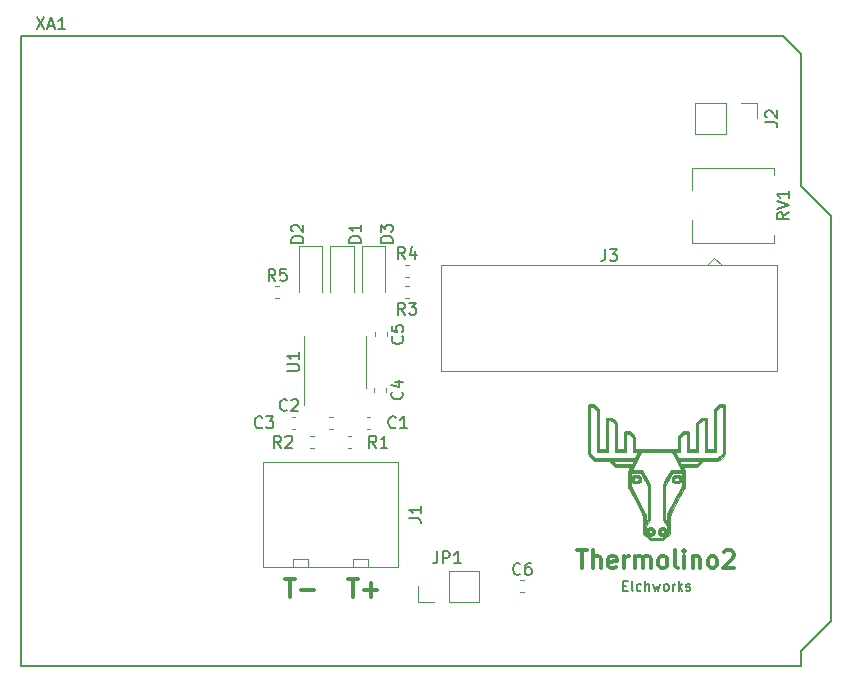
<source format=gbr>
G04 #@! TF.GenerationSoftware,KiCad,Pcbnew,(5.1.6)-1*
G04 #@! TF.CreationDate,2021-02-02T01:52:48+01:00*
G04 #@! TF.ProjectId,Thermolino2,54686572-6d6f-46c6-996e-6f322e6b6963,C*
G04 #@! TF.SameCoordinates,Original*
G04 #@! TF.FileFunction,Legend,Top*
G04 #@! TF.FilePolarity,Positive*
%FSLAX46Y46*%
G04 Gerber Fmt 4.6, Leading zero omitted, Abs format (unit mm)*
G04 Created by KiCad (PCBNEW (5.1.6)-1) date 2021-02-02 01:52:48*
%MOMM*%
%LPD*%
G01*
G04 APERTURE LIST*
%ADD10C,0.152400*%
%ADD11C,0.300000*%
%ADD12C,0.010000*%
%ADD13C,0.120000*%
%ADD14C,0.150000*%
%ADD15C,2.000000*%
%ADD16R,1.200000X0.900000*%
%ADD17O,1.727200X1.727200*%
%ADD18R,1.300000X1.300000*%
%ADD19R,1.300000X2.000000*%
%ADD20R,1.700000X1.700000*%
%ADD21O,1.700000X1.700000*%
%ADD22C,1.524000*%
G04 APERTURE END LIST*
D10*
X165659404Y-120464942D02*
X165930338Y-120464942D01*
X166046452Y-120890695D02*
X165659404Y-120890695D01*
X165659404Y-120077895D01*
X166046452Y-120077895D01*
X166510909Y-120890695D02*
X166433500Y-120851990D01*
X166394795Y-120774580D01*
X166394795Y-120077895D01*
X167168890Y-120851990D02*
X167091480Y-120890695D01*
X166936661Y-120890695D01*
X166859252Y-120851990D01*
X166820547Y-120813285D01*
X166781842Y-120735876D01*
X166781842Y-120503647D01*
X166820547Y-120426238D01*
X166859252Y-120387533D01*
X166936661Y-120348828D01*
X167091480Y-120348828D01*
X167168890Y-120387533D01*
X167517233Y-120890695D02*
X167517233Y-120077895D01*
X167865576Y-120890695D02*
X167865576Y-120464942D01*
X167826871Y-120387533D01*
X167749461Y-120348828D01*
X167633347Y-120348828D01*
X167555938Y-120387533D01*
X167517233Y-120426238D01*
X168175214Y-120348828D02*
X168330033Y-120890695D01*
X168484852Y-120503647D01*
X168639671Y-120890695D01*
X168794490Y-120348828D01*
X169220242Y-120890695D02*
X169142833Y-120851990D01*
X169104128Y-120813285D01*
X169065423Y-120735876D01*
X169065423Y-120503647D01*
X169104128Y-120426238D01*
X169142833Y-120387533D01*
X169220242Y-120348828D01*
X169336357Y-120348828D01*
X169413766Y-120387533D01*
X169452471Y-120426238D01*
X169491176Y-120503647D01*
X169491176Y-120735876D01*
X169452471Y-120813285D01*
X169413766Y-120851990D01*
X169336357Y-120890695D01*
X169220242Y-120890695D01*
X169839519Y-120890695D02*
X169839519Y-120348828D01*
X169839519Y-120503647D02*
X169878223Y-120426238D01*
X169916928Y-120387533D01*
X169994338Y-120348828D01*
X170071747Y-120348828D01*
X170342680Y-120890695D02*
X170342680Y-120077895D01*
X170420090Y-120581057D02*
X170652319Y-120890695D01*
X170652319Y-120348828D02*
X170342680Y-120658466D01*
X170961957Y-120851990D02*
X171039366Y-120890695D01*
X171194185Y-120890695D01*
X171271595Y-120851990D01*
X171310300Y-120774580D01*
X171310300Y-120735876D01*
X171271595Y-120658466D01*
X171194185Y-120619761D01*
X171078071Y-120619761D01*
X171000661Y-120581057D01*
X170961957Y-120503647D01*
X170961957Y-120464942D01*
X171000661Y-120387533D01*
X171078071Y-120348828D01*
X171194185Y-120348828D01*
X171271595Y-120387533D01*
D11*
X142343357Y-119892071D02*
X143200500Y-119892071D01*
X142771928Y-121392071D02*
X142771928Y-119892071D01*
X143700500Y-120820642D02*
X144843357Y-120820642D01*
X144271928Y-121392071D02*
X144271928Y-120249214D01*
X137009357Y-119892071D02*
X137866500Y-119892071D01*
X137437928Y-121392071D02*
X137437928Y-119892071D01*
X138366500Y-120820642D02*
X139509357Y-120820642D01*
X161751214Y-117479071D02*
X162608357Y-117479071D01*
X162179785Y-118979071D02*
X162179785Y-117479071D01*
X163108357Y-118979071D02*
X163108357Y-117479071D01*
X163751214Y-118979071D02*
X163751214Y-118193357D01*
X163679785Y-118050500D01*
X163536928Y-117979071D01*
X163322642Y-117979071D01*
X163179785Y-118050500D01*
X163108357Y-118121928D01*
X165036928Y-118907642D02*
X164894071Y-118979071D01*
X164608357Y-118979071D01*
X164465500Y-118907642D01*
X164394071Y-118764785D01*
X164394071Y-118193357D01*
X164465500Y-118050500D01*
X164608357Y-117979071D01*
X164894071Y-117979071D01*
X165036928Y-118050500D01*
X165108357Y-118193357D01*
X165108357Y-118336214D01*
X164394071Y-118479071D01*
X165751214Y-118979071D02*
X165751214Y-117979071D01*
X165751214Y-118264785D02*
X165822642Y-118121928D01*
X165894071Y-118050500D01*
X166036928Y-117979071D01*
X166179785Y-117979071D01*
X166679785Y-118979071D02*
X166679785Y-117979071D01*
X166679785Y-118121928D02*
X166751214Y-118050500D01*
X166894071Y-117979071D01*
X167108357Y-117979071D01*
X167251214Y-118050500D01*
X167322642Y-118193357D01*
X167322642Y-118979071D01*
X167322642Y-118193357D02*
X167394071Y-118050500D01*
X167536928Y-117979071D01*
X167751214Y-117979071D01*
X167894071Y-118050500D01*
X167965500Y-118193357D01*
X167965500Y-118979071D01*
X168894071Y-118979071D02*
X168751214Y-118907642D01*
X168679785Y-118836214D01*
X168608357Y-118693357D01*
X168608357Y-118264785D01*
X168679785Y-118121928D01*
X168751214Y-118050500D01*
X168894071Y-117979071D01*
X169108357Y-117979071D01*
X169251214Y-118050500D01*
X169322642Y-118121928D01*
X169394071Y-118264785D01*
X169394071Y-118693357D01*
X169322642Y-118836214D01*
X169251214Y-118907642D01*
X169108357Y-118979071D01*
X168894071Y-118979071D01*
X170251214Y-118979071D02*
X170108357Y-118907642D01*
X170036928Y-118764785D01*
X170036928Y-117479071D01*
X170822642Y-118979071D02*
X170822642Y-117979071D01*
X170822642Y-117479071D02*
X170751214Y-117550500D01*
X170822642Y-117621928D01*
X170894071Y-117550500D01*
X170822642Y-117479071D01*
X170822642Y-117621928D01*
X171536928Y-117979071D02*
X171536928Y-118979071D01*
X171536928Y-118121928D02*
X171608357Y-118050500D01*
X171751214Y-117979071D01*
X171965500Y-117979071D01*
X172108357Y-118050500D01*
X172179785Y-118193357D01*
X172179785Y-118979071D01*
X173108357Y-118979071D02*
X172965500Y-118907642D01*
X172894071Y-118836214D01*
X172822642Y-118693357D01*
X172822642Y-118264785D01*
X172894071Y-118121928D01*
X172965500Y-118050500D01*
X173108357Y-117979071D01*
X173322642Y-117979071D01*
X173465500Y-118050500D01*
X173536928Y-118121928D01*
X173608357Y-118264785D01*
X173608357Y-118693357D01*
X173536928Y-118836214D01*
X173465500Y-118907642D01*
X173322642Y-118979071D01*
X173108357Y-118979071D01*
X174179785Y-117621928D02*
X174251214Y-117550500D01*
X174394071Y-117479071D01*
X174751214Y-117479071D01*
X174894071Y-117550500D01*
X174965500Y-117621928D01*
X175036928Y-117764785D01*
X175036928Y-117907642D01*
X174965500Y-118121928D01*
X174108357Y-118979071D01*
X175036928Y-118979071D01*
D12*
G36*
X170505045Y-111170520D02*
G01*
X170554631Y-111224319D01*
X170582785Y-111269829D01*
X170595553Y-111324688D01*
X170598985Y-111406532D01*
X170599100Y-111444766D01*
X170597620Y-111539765D01*
X170589082Y-111601327D01*
X170567341Y-111646808D01*
X170526250Y-111693564D01*
X170502779Y-111716745D01*
X170406458Y-111810800D01*
X169949009Y-111810800D01*
X169854954Y-111714479D01*
X169805368Y-111660680D01*
X169777214Y-111615170D01*
X169764446Y-111560311D01*
X169761014Y-111478467D01*
X169760907Y-111442500D01*
X169964100Y-111442500D01*
X169973393Y-111508269D01*
X169994580Y-111551720D01*
X170038383Y-111569516D01*
X170114063Y-111579374D01*
X170203319Y-111581294D01*
X170287852Y-111575277D01*
X170349362Y-111561321D01*
X170365420Y-111551719D01*
X170387281Y-111505849D01*
X170395900Y-111442500D01*
X170386924Y-111373169D01*
X170354233Y-111330505D01*
X170289184Y-111308914D01*
X170183132Y-111302802D01*
X170180000Y-111302800D01*
X170072853Y-111308607D01*
X170006918Y-111329760D01*
X169973549Y-111371851D01*
X169964104Y-111440473D01*
X169964100Y-111442500D01*
X169760907Y-111442500D01*
X169760900Y-111440233D01*
X169762379Y-111345234D01*
X169770917Y-111283672D01*
X169792658Y-111238191D01*
X169833749Y-111191435D01*
X169857220Y-111168254D01*
X169953541Y-111074200D01*
X170410990Y-111074200D01*
X170505045Y-111170520D01*
G37*
X170505045Y-111170520D02*
X170554631Y-111224319D01*
X170582785Y-111269829D01*
X170595553Y-111324688D01*
X170598985Y-111406532D01*
X170599100Y-111444766D01*
X170597620Y-111539765D01*
X170589082Y-111601327D01*
X170567341Y-111646808D01*
X170526250Y-111693564D01*
X170502779Y-111716745D01*
X170406458Y-111810800D01*
X169949009Y-111810800D01*
X169854954Y-111714479D01*
X169805368Y-111660680D01*
X169777214Y-111615170D01*
X169764446Y-111560311D01*
X169761014Y-111478467D01*
X169760907Y-111442500D01*
X169964100Y-111442500D01*
X169973393Y-111508269D01*
X169994580Y-111551720D01*
X170038383Y-111569516D01*
X170114063Y-111579374D01*
X170203319Y-111581294D01*
X170287852Y-111575277D01*
X170349362Y-111561321D01*
X170365420Y-111551719D01*
X170387281Y-111505849D01*
X170395900Y-111442500D01*
X170386924Y-111373169D01*
X170354233Y-111330505D01*
X170289184Y-111308914D01*
X170183132Y-111302802D01*
X170180000Y-111302800D01*
X170072853Y-111308607D01*
X170006918Y-111329760D01*
X169973549Y-111371851D01*
X169964104Y-111440473D01*
X169964100Y-111442500D01*
X169760907Y-111442500D01*
X169760900Y-111440233D01*
X169762379Y-111345234D01*
X169770917Y-111283672D01*
X169792658Y-111238191D01*
X169833749Y-111191435D01*
X169857220Y-111168254D01*
X169953541Y-111074200D01*
X170410990Y-111074200D01*
X170505045Y-111170520D01*
G36*
X167076045Y-111170520D02*
G01*
X167125631Y-111224319D01*
X167153785Y-111269829D01*
X167166553Y-111324688D01*
X167169985Y-111406532D01*
X167170100Y-111444766D01*
X167168620Y-111539765D01*
X167160082Y-111601327D01*
X167138341Y-111646808D01*
X167097250Y-111693564D01*
X167073779Y-111716745D01*
X166977458Y-111810800D01*
X166520009Y-111810800D01*
X166425954Y-111714479D01*
X166376368Y-111660680D01*
X166348214Y-111615170D01*
X166335446Y-111560311D01*
X166332014Y-111478467D01*
X166331907Y-111442500D01*
X166535100Y-111442500D01*
X166544393Y-111508269D01*
X166565580Y-111551720D01*
X166609383Y-111569516D01*
X166685063Y-111579374D01*
X166774319Y-111581294D01*
X166858852Y-111575277D01*
X166920362Y-111561321D01*
X166936420Y-111551719D01*
X166958281Y-111505849D01*
X166966900Y-111442500D01*
X166957924Y-111373169D01*
X166925233Y-111330505D01*
X166860184Y-111308914D01*
X166754132Y-111302802D01*
X166751000Y-111302800D01*
X166643853Y-111308607D01*
X166577918Y-111329760D01*
X166544549Y-111371851D01*
X166535104Y-111440473D01*
X166535100Y-111442500D01*
X166331907Y-111442500D01*
X166331900Y-111440233D01*
X166333379Y-111345234D01*
X166341917Y-111283672D01*
X166363658Y-111238191D01*
X166404749Y-111191435D01*
X166428220Y-111168254D01*
X166524541Y-111074200D01*
X166981990Y-111074200D01*
X167076045Y-111170520D01*
G37*
X167076045Y-111170520D02*
X167125631Y-111224319D01*
X167153785Y-111269829D01*
X167166553Y-111324688D01*
X167169985Y-111406532D01*
X167170100Y-111444766D01*
X167168620Y-111539765D01*
X167160082Y-111601327D01*
X167138341Y-111646808D01*
X167097250Y-111693564D01*
X167073779Y-111716745D01*
X166977458Y-111810800D01*
X166520009Y-111810800D01*
X166425954Y-111714479D01*
X166376368Y-111660680D01*
X166348214Y-111615170D01*
X166335446Y-111560311D01*
X166332014Y-111478467D01*
X166331907Y-111442500D01*
X166535100Y-111442500D01*
X166544393Y-111508269D01*
X166565580Y-111551720D01*
X166609383Y-111569516D01*
X166685063Y-111579374D01*
X166774319Y-111581294D01*
X166858852Y-111575277D01*
X166920362Y-111561321D01*
X166936420Y-111551719D01*
X166958281Y-111505849D01*
X166966900Y-111442500D01*
X166957924Y-111373169D01*
X166925233Y-111330505D01*
X166860184Y-111308914D01*
X166754132Y-111302802D01*
X166751000Y-111302800D01*
X166643853Y-111308607D01*
X166577918Y-111329760D01*
X166544549Y-111371851D01*
X166535104Y-111440473D01*
X166535100Y-111442500D01*
X166331907Y-111442500D01*
X166331900Y-111440233D01*
X166333379Y-111345234D01*
X166341917Y-111283672D01*
X166363658Y-111238191D01*
X166404749Y-111191435D01*
X166428220Y-111168254D01*
X166524541Y-111074200D01*
X166981990Y-111074200D01*
X167076045Y-111170520D01*
G36*
X163391347Y-105326920D02*
G01*
X163614100Y-105548640D01*
X163614100Y-108915200D01*
X164172900Y-108915200D01*
X164172900Y-107612180D01*
X164173207Y-107301317D01*
X164174177Y-107038204D01*
X164175879Y-106819794D01*
X164178382Y-106643040D01*
X164181757Y-106504895D01*
X164186072Y-106402312D01*
X164191397Y-106332245D01*
X164197803Y-106291645D01*
X164203379Y-106278680D01*
X164246681Y-106262339D01*
X164334320Y-106251938D01*
X164460103Y-106248201D01*
X164463227Y-106248200D01*
X164692595Y-106248200D01*
X164915347Y-106469920D01*
X165138100Y-106691640D01*
X165138100Y-108915200D01*
X165696900Y-108915200D01*
X165696900Y-108183680D01*
X165697553Y-107951563D01*
X165699609Y-107766587D01*
X165703215Y-107625108D01*
X165708516Y-107523483D01*
X165715657Y-107458067D01*
X165724785Y-107425216D01*
X165727379Y-107421680D01*
X165770695Y-107405347D01*
X165858457Y-107394951D01*
X165984584Y-107391202D01*
X165988259Y-107391200D01*
X166218659Y-107391200D01*
X166440379Y-107613952D01*
X166662100Y-107836704D01*
X166662100Y-108915200D01*
X170268900Y-108915200D01*
X170268900Y-107836704D01*
X170712340Y-107391200D01*
X170942740Y-107391200D01*
X171069768Y-107394769D01*
X171158587Y-107405004D01*
X171203115Y-107421194D01*
X171203620Y-107421680D01*
X171213264Y-107446999D01*
X171220885Y-107503978D01*
X171226630Y-107596261D01*
X171230644Y-107727491D01*
X171233072Y-107901312D01*
X171234060Y-108121368D01*
X171234100Y-108183680D01*
X171234100Y-108915200D01*
X171792900Y-108915200D01*
X171792900Y-106691640D01*
X172238404Y-106248200D01*
X172467772Y-106248200D01*
X172594319Y-106251782D01*
X172682856Y-106262046D01*
X172727191Y-106278265D01*
X172727620Y-106278680D01*
X172734884Y-106299105D01*
X172741016Y-106346705D01*
X172746085Y-106424527D01*
X172750161Y-106535617D01*
X172753314Y-106683022D01*
X172755612Y-106869790D01*
X172757127Y-107098967D01*
X172757927Y-107373599D01*
X172758100Y-107612180D01*
X172758100Y-108915200D01*
X173316900Y-108915200D01*
X173316900Y-105548640D01*
X173762404Y-105105200D01*
X173991772Y-105105200D01*
X174118319Y-105108782D01*
X174206856Y-105119046D01*
X174251191Y-105135265D01*
X174251620Y-105135680D01*
X174257408Y-105153536D01*
X174262485Y-105196456D01*
X174266887Y-105266935D01*
X174270648Y-105367471D01*
X174273805Y-105500558D01*
X174276395Y-105668692D01*
X174278453Y-105874371D01*
X174280014Y-106120090D01*
X174281116Y-106408345D01*
X174281793Y-106741632D01*
X174282083Y-107122448D01*
X174282100Y-107250644D01*
X174282100Y-109335128D01*
X173995952Y-109620464D01*
X173709805Y-109905800D01*
X173074726Y-109905799D01*
X172439646Y-109905799D01*
X172186600Y-110159799D01*
X171933553Y-110413799D01*
X170674661Y-110413799D01*
X170763880Y-110590965D01*
X170853100Y-110768131D01*
X170853100Y-112123181D01*
X170218100Y-113329667D01*
X169583100Y-114536154D01*
X169583100Y-116066128D01*
X169296952Y-116351464D01*
X169010805Y-116636800D01*
X167918571Y-116636800D01*
X167633235Y-116350652D01*
X167347900Y-116064505D01*
X167347900Y-114536154D01*
X166712900Y-113329667D01*
X166077900Y-112123181D01*
X166077900Y-110921800D01*
X166281100Y-110921800D01*
X166281100Y-112031845D01*
X166916100Y-113238332D01*
X167551100Y-114444818D01*
X167551100Y-114740709D01*
X167551773Y-114856515D01*
X167553605Y-114951069D01*
X167556313Y-115014408D01*
X167559494Y-115036600D01*
X167577630Y-115017804D01*
X167615432Y-114969411D01*
X167648394Y-114924497D01*
X167728900Y-114812395D01*
X167728900Y-111995955D01*
X167430461Y-111458877D01*
X167132023Y-110921800D01*
X166281100Y-110921800D01*
X166077900Y-110921800D01*
X166077900Y-110768131D01*
X166115634Y-110693200D01*
X166357408Y-110693200D01*
X167242840Y-110693200D01*
X167291092Y-110763050D01*
X167316803Y-110804637D01*
X167362871Y-110883582D01*
X167425214Y-110992708D01*
X167499749Y-111124838D01*
X167582395Y-111272794D01*
X167635722Y-111368972D01*
X167932100Y-111905045D01*
X167932100Y-114926302D01*
X167742253Y-115178301D01*
X167552407Y-115430300D01*
X167551753Y-115701850D01*
X167553744Y-115819067D01*
X167559740Y-115912721D01*
X167568868Y-115972685D01*
X167576500Y-115989100D01*
X167591559Y-115975832D01*
X167600218Y-115917627D01*
X167601072Y-115887500D01*
X167805100Y-115887500D01*
X167818833Y-115967597D01*
X167864319Y-116012168D01*
X167947989Y-116027107D01*
X167957500Y-116027200D01*
X168027099Y-116019197D01*
X168076083Y-115999638D01*
X168079420Y-115996720D01*
X168101281Y-115950849D01*
X168109900Y-115887500D01*
X168096166Y-115807402D01*
X168050680Y-115762831D01*
X167967010Y-115747892D01*
X167957500Y-115747800D01*
X167870121Y-115760388D01*
X167821498Y-115802084D01*
X167805200Y-115878782D01*
X167805100Y-115887500D01*
X167601072Y-115887500D01*
X167601900Y-115858319D01*
X167604989Y-115770541D01*
X167619932Y-115711485D01*
X167655237Y-115659188D01*
X167695954Y-115615520D01*
X167750352Y-115563176D01*
X167796349Y-115534323D01*
X167852702Y-115521995D01*
X167938168Y-115519222D01*
X167955233Y-115519200D01*
X168047429Y-115521254D01*
X168107951Y-115531993D01*
X168155894Y-115558285D01*
X168210352Y-115606996D01*
X168216779Y-115613254D01*
X168267425Y-115665443D01*
X168296239Y-115709350D01*
X168309368Y-115762330D01*
X168312958Y-115841739D01*
X168313100Y-115885233D01*
X168311505Y-115980670D01*
X168302688Y-116042957D01*
X168280600Y-116089731D01*
X168239194Y-116138627D01*
X168219045Y-116159479D01*
X168158660Y-116216232D01*
X168106692Y-116244878D01*
X168040277Y-116254851D01*
X167985693Y-116255800D01*
X167846395Y-116255800D01*
X167919400Y-116332000D01*
X167992404Y-116408200D01*
X168938595Y-116408200D01*
X169011600Y-116332000D01*
X169084604Y-116255800D01*
X168947573Y-116255800D01*
X168861692Y-116251916D01*
X168802502Y-116233843D01*
X168746095Y-116191945D01*
X168714220Y-116161745D01*
X168663574Y-116109556D01*
X168634760Y-116065649D01*
X168621631Y-116012669D01*
X168618041Y-115933260D01*
X168617900Y-115889766D01*
X168617937Y-115887500D01*
X168821100Y-115887500D01*
X168834833Y-115967597D01*
X168880319Y-116012168D01*
X168963989Y-116027107D01*
X168973500Y-116027200D01*
X169043099Y-116019197D01*
X169092083Y-115999638D01*
X169095420Y-115996720D01*
X169117281Y-115950849D01*
X169125900Y-115887500D01*
X169112166Y-115807402D01*
X169066680Y-115762831D01*
X168983010Y-115747892D01*
X168973500Y-115747800D01*
X168886121Y-115760388D01*
X168837498Y-115802084D01*
X168821200Y-115878782D01*
X168821100Y-115887500D01*
X168617937Y-115887500D01*
X168619494Y-115794329D01*
X168628311Y-115732042D01*
X168650399Y-115685268D01*
X168691805Y-115636372D01*
X168711954Y-115615520D01*
X168766352Y-115563176D01*
X168812349Y-115534323D01*
X168868702Y-115521995D01*
X168954168Y-115519222D01*
X168971233Y-115519200D01*
X169063429Y-115521254D01*
X169123951Y-115531993D01*
X169171894Y-115558285D01*
X169226352Y-115606996D01*
X169232779Y-115613254D01*
X169287740Y-115671160D01*
X169316524Y-115720599D01*
X169327504Y-115782685D01*
X169329100Y-115856053D01*
X169332960Y-115941445D01*
X169343845Y-115985461D01*
X169354500Y-115989100D01*
X169365274Y-115958139D01*
X169373515Y-115886533D01*
X169378350Y-115784409D01*
X169379246Y-115701850D01*
X169378592Y-115430300D01*
X168998900Y-114926302D01*
X168998900Y-111995955D01*
X169202100Y-111995955D01*
X169202100Y-114812395D01*
X169284650Y-114927554D01*
X169367200Y-115042714D01*
X169392600Y-114414300D01*
X170649900Y-112032132D01*
X170649900Y-110921800D01*
X169798976Y-110921800D01*
X169500538Y-111458877D01*
X169202100Y-111995955D01*
X168998900Y-111995955D01*
X168998900Y-111905045D01*
X169295277Y-111368972D01*
X169380894Y-111214825D01*
X169460921Y-111072071D01*
X169531278Y-110947887D01*
X169587881Y-110849451D01*
X169626650Y-110783938D01*
X169639907Y-110763049D01*
X169688159Y-110693199D01*
X170130875Y-110693200D01*
X170573591Y-110693200D01*
X170180144Y-109905800D01*
X170421851Y-109905800D01*
X170490367Y-110045500D01*
X170558882Y-110185200D01*
X171858135Y-110185200D01*
X171996100Y-110045500D01*
X172134064Y-109905800D01*
X170421851Y-109905800D01*
X170180144Y-109905800D01*
X169799387Y-109143800D01*
X170040603Y-109143800D01*
X170305881Y-109677200D01*
X173633395Y-109677200D01*
X173856147Y-109455479D01*
X174078900Y-109233759D01*
X174078900Y-105333800D01*
X173958933Y-105333800D01*
X173898643Y-105336181D01*
X173851116Y-105348102D01*
X173803688Y-105376725D01*
X173743694Y-105429211D01*
X173679533Y-105491816D01*
X173520100Y-105649832D01*
X173520100Y-107366336D01*
X173519878Y-107724602D01*
X173519183Y-108034788D01*
X173517967Y-108299613D01*
X173516182Y-108521796D01*
X173513781Y-108704055D01*
X173510716Y-108849109D01*
X173506940Y-108959677D01*
X173502406Y-109038476D01*
X173497066Y-109088227D01*
X173490873Y-109111646D01*
X173489619Y-109113320D01*
X173452626Y-109125318D01*
X173375499Y-109134519D01*
X173268828Y-109140924D01*
X173143200Y-109144532D01*
X173009206Y-109145343D01*
X172877435Y-109143358D01*
X172758475Y-109138576D01*
X172662915Y-109130997D01*
X172601346Y-109120622D01*
X172585380Y-109113320D01*
X172578115Y-109092894D01*
X172571983Y-109045294D01*
X172566914Y-108967472D01*
X172562838Y-108856382D01*
X172559685Y-108708977D01*
X172557387Y-108522209D01*
X172555872Y-108293032D01*
X172555072Y-108018400D01*
X172554900Y-107779820D01*
X172554900Y-106476800D01*
X172434933Y-106476800D01*
X172374643Y-106479181D01*
X172327116Y-106491102D01*
X172279688Y-106519725D01*
X172219694Y-106572211D01*
X172155533Y-106634816D01*
X171996100Y-106792832D01*
X171996100Y-107937836D01*
X171995738Y-108228773D01*
X171994598Y-108472116D01*
X171992597Y-108671065D01*
X171989652Y-108828820D01*
X171985680Y-108948583D01*
X171980597Y-109033553D01*
X171974321Y-109086932D01*
X171966769Y-109111919D01*
X171965620Y-109113319D01*
X171928626Y-109125318D01*
X171851499Y-109134519D01*
X171744828Y-109140924D01*
X171619200Y-109144532D01*
X171485206Y-109145343D01*
X171353435Y-109143358D01*
X171234475Y-109138576D01*
X171138915Y-109130997D01*
X171077346Y-109120622D01*
X171061380Y-109113320D01*
X171051735Y-109088000D01*
X171044114Y-109031021D01*
X171038369Y-108938738D01*
X171034355Y-108807508D01*
X171031927Y-108633687D01*
X171030939Y-108413631D01*
X171030900Y-108351320D01*
X171030900Y-107619800D01*
X170910933Y-107619800D01*
X170850643Y-107622181D01*
X170803116Y-107634102D01*
X170755688Y-107662725D01*
X170695694Y-107715211D01*
X170631533Y-107777816D01*
X170472100Y-107935832D01*
X170472100Y-108509336D01*
X170471170Y-108715645D01*
X170468258Y-108874879D01*
X170463178Y-108990732D01*
X170455741Y-109066896D01*
X170445763Y-109107064D01*
X170441620Y-109113319D01*
X170399291Y-109129915D01*
X170318179Y-109140605D01*
X170225871Y-109143800D01*
X170040603Y-109143800D01*
X169799387Y-109143800D01*
X167131612Y-109143800D01*
X166357408Y-110693200D01*
X166115634Y-110693200D01*
X166256338Y-110413799D01*
X164997446Y-110413799D01*
X164744399Y-110159799D01*
X164491354Y-109905800D01*
X164796935Y-109905800D01*
X164934900Y-110045500D01*
X165072864Y-110185200D01*
X166372117Y-110185200D01*
X166440632Y-110045500D01*
X166509148Y-109905800D01*
X164796935Y-109905800D01*
X164491354Y-109905800D01*
X164491353Y-109905799D01*
X163855462Y-109905799D01*
X163219571Y-109905800D01*
X162934235Y-109619652D01*
X162648900Y-109333505D01*
X162648900Y-107249832D01*
X162649076Y-106853843D01*
X162649630Y-106506157D01*
X162650596Y-106204277D01*
X162652012Y-105945706D01*
X162653913Y-105727947D01*
X162656335Y-105548505D01*
X162659313Y-105404882D01*
X162661614Y-105333800D01*
X162852100Y-105333800D01*
X162852100Y-109231695D01*
X163073820Y-109454447D01*
X163295540Y-109677200D01*
X166625118Y-109677200D01*
X166890396Y-109143800D01*
X166705128Y-109143800D01*
X166600022Y-109139566D01*
X166523459Y-109127980D01*
X166489380Y-109113320D01*
X166478450Y-109084885D01*
X166470135Y-109021716D01*
X166464247Y-108920121D01*
X166460600Y-108776407D01*
X166459007Y-108586883D01*
X166458900Y-108510753D01*
X166458899Y-107938666D01*
X166300883Y-107779233D01*
X166223066Y-107702438D01*
X166167579Y-107655302D01*
X166121800Y-107630623D01*
X166073106Y-107621198D01*
X166021483Y-107619800D01*
X165900100Y-107619800D01*
X165900100Y-108351320D01*
X165899446Y-108583436D01*
X165897390Y-108768412D01*
X165893784Y-108909891D01*
X165888483Y-109011516D01*
X165881342Y-109076932D01*
X165872214Y-109109783D01*
X165869619Y-109113320D01*
X165832626Y-109125318D01*
X165755499Y-109134519D01*
X165648828Y-109140924D01*
X165523200Y-109144532D01*
X165389206Y-109145343D01*
X165257435Y-109143358D01*
X165138475Y-109138576D01*
X165042915Y-109130997D01*
X164981346Y-109120622D01*
X164965379Y-109113319D01*
X164957640Y-109091996D01*
X164951189Y-109042717D01*
X164945945Y-108962279D01*
X164941823Y-108847480D01*
X164938742Y-108695119D01*
X164936617Y-108501992D01*
X164935366Y-108264899D01*
X164934906Y-107980638D01*
X164934899Y-107939253D01*
X164934899Y-106795666D01*
X164776883Y-106636233D01*
X164699066Y-106559438D01*
X164643579Y-106512302D01*
X164597800Y-106487623D01*
X164549106Y-106478198D01*
X164497483Y-106476799D01*
X164376100Y-106476800D01*
X164376100Y-107779819D01*
X164375792Y-108090682D01*
X164374822Y-108353795D01*
X164373120Y-108572205D01*
X164370617Y-108748959D01*
X164367242Y-108887104D01*
X164362927Y-108989687D01*
X164357602Y-109059754D01*
X164351196Y-109100354D01*
X164345620Y-109113319D01*
X164308626Y-109125318D01*
X164231499Y-109134519D01*
X164124828Y-109140924D01*
X163999200Y-109144532D01*
X163865206Y-109145343D01*
X163733435Y-109143358D01*
X163614475Y-109138576D01*
X163518915Y-109130997D01*
X163457346Y-109120622D01*
X163441379Y-109113320D01*
X163435019Y-109094505D01*
X163429522Y-109049863D01*
X163424840Y-108976674D01*
X163420925Y-108872218D01*
X163417732Y-108733777D01*
X163415211Y-108558630D01*
X163413315Y-108344057D01*
X163411998Y-108087340D01*
X163411211Y-107785759D01*
X163410907Y-107436593D01*
X163410900Y-107367753D01*
X163410899Y-105652666D01*
X163252883Y-105493233D01*
X163175066Y-105416438D01*
X163119579Y-105369302D01*
X163073800Y-105344623D01*
X163025106Y-105335198D01*
X162973483Y-105333800D01*
X162852100Y-105333800D01*
X162661614Y-105333800D01*
X162662885Y-105294582D01*
X162667086Y-105215110D01*
X162671952Y-105163967D01*
X162677519Y-105138657D01*
X162679379Y-105135680D01*
X162722681Y-105119339D01*
X162810320Y-105108938D01*
X162936103Y-105105201D01*
X162939227Y-105105200D01*
X163168595Y-105105200D01*
X163391347Y-105326920D01*
G37*
X163391347Y-105326920D02*
X163614100Y-105548640D01*
X163614100Y-108915200D01*
X164172900Y-108915200D01*
X164172900Y-107612180D01*
X164173207Y-107301317D01*
X164174177Y-107038204D01*
X164175879Y-106819794D01*
X164178382Y-106643040D01*
X164181757Y-106504895D01*
X164186072Y-106402312D01*
X164191397Y-106332245D01*
X164197803Y-106291645D01*
X164203379Y-106278680D01*
X164246681Y-106262339D01*
X164334320Y-106251938D01*
X164460103Y-106248201D01*
X164463227Y-106248200D01*
X164692595Y-106248200D01*
X164915347Y-106469920D01*
X165138100Y-106691640D01*
X165138100Y-108915200D01*
X165696900Y-108915200D01*
X165696900Y-108183680D01*
X165697553Y-107951563D01*
X165699609Y-107766587D01*
X165703215Y-107625108D01*
X165708516Y-107523483D01*
X165715657Y-107458067D01*
X165724785Y-107425216D01*
X165727379Y-107421680D01*
X165770695Y-107405347D01*
X165858457Y-107394951D01*
X165984584Y-107391202D01*
X165988259Y-107391200D01*
X166218659Y-107391200D01*
X166440379Y-107613952D01*
X166662100Y-107836704D01*
X166662100Y-108915200D01*
X170268900Y-108915200D01*
X170268900Y-107836704D01*
X170712340Y-107391200D01*
X170942740Y-107391200D01*
X171069768Y-107394769D01*
X171158587Y-107405004D01*
X171203115Y-107421194D01*
X171203620Y-107421680D01*
X171213264Y-107446999D01*
X171220885Y-107503978D01*
X171226630Y-107596261D01*
X171230644Y-107727491D01*
X171233072Y-107901312D01*
X171234060Y-108121368D01*
X171234100Y-108183680D01*
X171234100Y-108915200D01*
X171792900Y-108915200D01*
X171792900Y-106691640D01*
X172238404Y-106248200D01*
X172467772Y-106248200D01*
X172594319Y-106251782D01*
X172682856Y-106262046D01*
X172727191Y-106278265D01*
X172727620Y-106278680D01*
X172734884Y-106299105D01*
X172741016Y-106346705D01*
X172746085Y-106424527D01*
X172750161Y-106535617D01*
X172753314Y-106683022D01*
X172755612Y-106869790D01*
X172757127Y-107098967D01*
X172757927Y-107373599D01*
X172758100Y-107612180D01*
X172758100Y-108915200D01*
X173316900Y-108915200D01*
X173316900Y-105548640D01*
X173762404Y-105105200D01*
X173991772Y-105105200D01*
X174118319Y-105108782D01*
X174206856Y-105119046D01*
X174251191Y-105135265D01*
X174251620Y-105135680D01*
X174257408Y-105153536D01*
X174262485Y-105196456D01*
X174266887Y-105266935D01*
X174270648Y-105367471D01*
X174273805Y-105500558D01*
X174276395Y-105668692D01*
X174278453Y-105874371D01*
X174280014Y-106120090D01*
X174281116Y-106408345D01*
X174281793Y-106741632D01*
X174282083Y-107122448D01*
X174282100Y-107250644D01*
X174282100Y-109335128D01*
X173995952Y-109620464D01*
X173709805Y-109905800D01*
X173074726Y-109905799D01*
X172439646Y-109905799D01*
X172186600Y-110159799D01*
X171933553Y-110413799D01*
X170674661Y-110413799D01*
X170763880Y-110590965D01*
X170853100Y-110768131D01*
X170853100Y-112123181D01*
X170218100Y-113329667D01*
X169583100Y-114536154D01*
X169583100Y-116066128D01*
X169296952Y-116351464D01*
X169010805Y-116636800D01*
X167918571Y-116636800D01*
X167633235Y-116350652D01*
X167347900Y-116064505D01*
X167347900Y-114536154D01*
X166712900Y-113329667D01*
X166077900Y-112123181D01*
X166077900Y-110921800D01*
X166281100Y-110921800D01*
X166281100Y-112031845D01*
X166916100Y-113238332D01*
X167551100Y-114444818D01*
X167551100Y-114740709D01*
X167551773Y-114856515D01*
X167553605Y-114951069D01*
X167556313Y-115014408D01*
X167559494Y-115036600D01*
X167577630Y-115017804D01*
X167615432Y-114969411D01*
X167648394Y-114924497D01*
X167728900Y-114812395D01*
X167728900Y-111995955D01*
X167430461Y-111458877D01*
X167132023Y-110921800D01*
X166281100Y-110921800D01*
X166077900Y-110921800D01*
X166077900Y-110768131D01*
X166115634Y-110693200D01*
X166357408Y-110693200D01*
X167242840Y-110693200D01*
X167291092Y-110763050D01*
X167316803Y-110804637D01*
X167362871Y-110883582D01*
X167425214Y-110992708D01*
X167499749Y-111124838D01*
X167582395Y-111272794D01*
X167635722Y-111368972D01*
X167932100Y-111905045D01*
X167932100Y-114926302D01*
X167742253Y-115178301D01*
X167552407Y-115430300D01*
X167551753Y-115701850D01*
X167553744Y-115819067D01*
X167559740Y-115912721D01*
X167568868Y-115972685D01*
X167576500Y-115989100D01*
X167591559Y-115975832D01*
X167600218Y-115917627D01*
X167601072Y-115887500D01*
X167805100Y-115887500D01*
X167818833Y-115967597D01*
X167864319Y-116012168D01*
X167947989Y-116027107D01*
X167957500Y-116027200D01*
X168027099Y-116019197D01*
X168076083Y-115999638D01*
X168079420Y-115996720D01*
X168101281Y-115950849D01*
X168109900Y-115887500D01*
X168096166Y-115807402D01*
X168050680Y-115762831D01*
X167967010Y-115747892D01*
X167957500Y-115747800D01*
X167870121Y-115760388D01*
X167821498Y-115802084D01*
X167805200Y-115878782D01*
X167805100Y-115887500D01*
X167601072Y-115887500D01*
X167601900Y-115858319D01*
X167604989Y-115770541D01*
X167619932Y-115711485D01*
X167655237Y-115659188D01*
X167695954Y-115615520D01*
X167750352Y-115563176D01*
X167796349Y-115534323D01*
X167852702Y-115521995D01*
X167938168Y-115519222D01*
X167955233Y-115519200D01*
X168047429Y-115521254D01*
X168107951Y-115531993D01*
X168155894Y-115558285D01*
X168210352Y-115606996D01*
X168216779Y-115613254D01*
X168267425Y-115665443D01*
X168296239Y-115709350D01*
X168309368Y-115762330D01*
X168312958Y-115841739D01*
X168313100Y-115885233D01*
X168311505Y-115980670D01*
X168302688Y-116042957D01*
X168280600Y-116089731D01*
X168239194Y-116138627D01*
X168219045Y-116159479D01*
X168158660Y-116216232D01*
X168106692Y-116244878D01*
X168040277Y-116254851D01*
X167985693Y-116255800D01*
X167846395Y-116255800D01*
X167919400Y-116332000D01*
X167992404Y-116408200D01*
X168938595Y-116408200D01*
X169011600Y-116332000D01*
X169084604Y-116255800D01*
X168947573Y-116255800D01*
X168861692Y-116251916D01*
X168802502Y-116233843D01*
X168746095Y-116191945D01*
X168714220Y-116161745D01*
X168663574Y-116109556D01*
X168634760Y-116065649D01*
X168621631Y-116012669D01*
X168618041Y-115933260D01*
X168617900Y-115889766D01*
X168617937Y-115887500D01*
X168821100Y-115887500D01*
X168834833Y-115967597D01*
X168880319Y-116012168D01*
X168963989Y-116027107D01*
X168973500Y-116027200D01*
X169043099Y-116019197D01*
X169092083Y-115999638D01*
X169095420Y-115996720D01*
X169117281Y-115950849D01*
X169125900Y-115887500D01*
X169112166Y-115807402D01*
X169066680Y-115762831D01*
X168983010Y-115747892D01*
X168973500Y-115747800D01*
X168886121Y-115760388D01*
X168837498Y-115802084D01*
X168821200Y-115878782D01*
X168821100Y-115887500D01*
X168617937Y-115887500D01*
X168619494Y-115794329D01*
X168628311Y-115732042D01*
X168650399Y-115685268D01*
X168691805Y-115636372D01*
X168711954Y-115615520D01*
X168766352Y-115563176D01*
X168812349Y-115534323D01*
X168868702Y-115521995D01*
X168954168Y-115519222D01*
X168971233Y-115519200D01*
X169063429Y-115521254D01*
X169123951Y-115531993D01*
X169171894Y-115558285D01*
X169226352Y-115606996D01*
X169232779Y-115613254D01*
X169287740Y-115671160D01*
X169316524Y-115720599D01*
X169327504Y-115782685D01*
X169329100Y-115856053D01*
X169332960Y-115941445D01*
X169343845Y-115985461D01*
X169354500Y-115989100D01*
X169365274Y-115958139D01*
X169373515Y-115886533D01*
X169378350Y-115784409D01*
X169379246Y-115701850D01*
X169378592Y-115430300D01*
X168998900Y-114926302D01*
X168998900Y-111995955D01*
X169202100Y-111995955D01*
X169202100Y-114812395D01*
X169284650Y-114927554D01*
X169367200Y-115042714D01*
X169392600Y-114414300D01*
X170649900Y-112032132D01*
X170649900Y-110921800D01*
X169798976Y-110921800D01*
X169500538Y-111458877D01*
X169202100Y-111995955D01*
X168998900Y-111995955D01*
X168998900Y-111905045D01*
X169295277Y-111368972D01*
X169380894Y-111214825D01*
X169460921Y-111072071D01*
X169531278Y-110947887D01*
X169587881Y-110849451D01*
X169626650Y-110783938D01*
X169639907Y-110763049D01*
X169688159Y-110693199D01*
X170130875Y-110693200D01*
X170573591Y-110693200D01*
X170180144Y-109905800D01*
X170421851Y-109905800D01*
X170490367Y-110045500D01*
X170558882Y-110185200D01*
X171858135Y-110185200D01*
X171996100Y-110045500D01*
X172134064Y-109905800D01*
X170421851Y-109905800D01*
X170180144Y-109905800D01*
X169799387Y-109143800D01*
X170040603Y-109143800D01*
X170305881Y-109677200D01*
X173633395Y-109677200D01*
X173856147Y-109455479D01*
X174078900Y-109233759D01*
X174078900Y-105333800D01*
X173958933Y-105333800D01*
X173898643Y-105336181D01*
X173851116Y-105348102D01*
X173803688Y-105376725D01*
X173743694Y-105429211D01*
X173679533Y-105491816D01*
X173520100Y-105649832D01*
X173520100Y-107366336D01*
X173519878Y-107724602D01*
X173519183Y-108034788D01*
X173517967Y-108299613D01*
X173516182Y-108521796D01*
X173513781Y-108704055D01*
X173510716Y-108849109D01*
X173506940Y-108959677D01*
X173502406Y-109038476D01*
X173497066Y-109088227D01*
X173490873Y-109111646D01*
X173489619Y-109113320D01*
X173452626Y-109125318D01*
X173375499Y-109134519D01*
X173268828Y-109140924D01*
X173143200Y-109144532D01*
X173009206Y-109145343D01*
X172877435Y-109143358D01*
X172758475Y-109138576D01*
X172662915Y-109130997D01*
X172601346Y-109120622D01*
X172585380Y-109113320D01*
X172578115Y-109092894D01*
X172571983Y-109045294D01*
X172566914Y-108967472D01*
X172562838Y-108856382D01*
X172559685Y-108708977D01*
X172557387Y-108522209D01*
X172555872Y-108293032D01*
X172555072Y-108018400D01*
X172554900Y-107779820D01*
X172554900Y-106476800D01*
X172434933Y-106476800D01*
X172374643Y-106479181D01*
X172327116Y-106491102D01*
X172279688Y-106519725D01*
X172219694Y-106572211D01*
X172155533Y-106634816D01*
X171996100Y-106792832D01*
X171996100Y-107937836D01*
X171995738Y-108228773D01*
X171994598Y-108472116D01*
X171992597Y-108671065D01*
X171989652Y-108828820D01*
X171985680Y-108948583D01*
X171980597Y-109033553D01*
X171974321Y-109086932D01*
X171966769Y-109111919D01*
X171965620Y-109113319D01*
X171928626Y-109125318D01*
X171851499Y-109134519D01*
X171744828Y-109140924D01*
X171619200Y-109144532D01*
X171485206Y-109145343D01*
X171353435Y-109143358D01*
X171234475Y-109138576D01*
X171138915Y-109130997D01*
X171077346Y-109120622D01*
X171061380Y-109113320D01*
X171051735Y-109088000D01*
X171044114Y-109031021D01*
X171038369Y-108938738D01*
X171034355Y-108807508D01*
X171031927Y-108633687D01*
X171030939Y-108413631D01*
X171030900Y-108351320D01*
X171030900Y-107619800D01*
X170910933Y-107619800D01*
X170850643Y-107622181D01*
X170803116Y-107634102D01*
X170755688Y-107662725D01*
X170695694Y-107715211D01*
X170631533Y-107777816D01*
X170472100Y-107935832D01*
X170472100Y-108509336D01*
X170471170Y-108715645D01*
X170468258Y-108874879D01*
X170463178Y-108990732D01*
X170455741Y-109066896D01*
X170445763Y-109107064D01*
X170441620Y-109113319D01*
X170399291Y-109129915D01*
X170318179Y-109140605D01*
X170225871Y-109143800D01*
X170040603Y-109143800D01*
X169799387Y-109143800D01*
X167131612Y-109143800D01*
X166357408Y-110693200D01*
X166115634Y-110693200D01*
X166256338Y-110413799D01*
X164997446Y-110413799D01*
X164744399Y-110159799D01*
X164491354Y-109905800D01*
X164796935Y-109905800D01*
X164934900Y-110045500D01*
X165072864Y-110185200D01*
X166372117Y-110185200D01*
X166440632Y-110045500D01*
X166509148Y-109905800D01*
X164796935Y-109905800D01*
X164491354Y-109905800D01*
X164491353Y-109905799D01*
X163855462Y-109905799D01*
X163219571Y-109905800D01*
X162934235Y-109619652D01*
X162648900Y-109333505D01*
X162648900Y-107249832D01*
X162649076Y-106853843D01*
X162649630Y-106506157D01*
X162650596Y-106204277D01*
X162652012Y-105945706D01*
X162653913Y-105727947D01*
X162656335Y-105548505D01*
X162659313Y-105404882D01*
X162661614Y-105333800D01*
X162852100Y-105333800D01*
X162852100Y-109231695D01*
X163073820Y-109454447D01*
X163295540Y-109677200D01*
X166625118Y-109677200D01*
X166890396Y-109143800D01*
X166705128Y-109143800D01*
X166600022Y-109139566D01*
X166523459Y-109127980D01*
X166489380Y-109113320D01*
X166478450Y-109084885D01*
X166470135Y-109021716D01*
X166464247Y-108920121D01*
X166460600Y-108776407D01*
X166459007Y-108586883D01*
X166458900Y-108510753D01*
X166458899Y-107938666D01*
X166300883Y-107779233D01*
X166223066Y-107702438D01*
X166167579Y-107655302D01*
X166121800Y-107630623D01*
X166073106Y-107621198D01*
X166021483Y-107619800D01*
X165900100Y-107619800D01*
X165900100Y-108351320D01*
X165899446Y-108583436D01*
X165897390Y-108768412D01*
X165893784Y-108909891D01*
X165888483Y-109011516D01*
X165881342Y-109076932D01*
X165872214Y-109109783D01*
X165869619Y-109113320D01*
X165832626Y-109125318D01*
X165755499Y-109134519D01*
X165648828Y-109140924D01*
X165523200Y-109144532D01*
X165389206Y-109145343D01*
X165257435Y-109143358D01*
X165138475Y-109138576D01*
X165042915Y-109130997D01*
X164981346Y-109120622D01*
X164965379Y-109113319D01*
X164957640Y-109091996D01*
X164951189Y-109042717D01*
X164945945Y-108962279D01*
X164941823Y-108847480D01*
X164938742Y-108695119D01*
X164936617Y-108501992D01*
X164935366Y-108264899D01*
X164934906Y-107980638D01*
X164934899Y-107939253D01*
X164934899Y-106795666D01*
X164776883Y-106636233D01*
X164699066Y-106559438D01*
X164643579Y-106512302D01*
X164597800Y-106487623D01*
X164549106Y-106478198D01*
X164497483Y-106476799D01*
X164376100Y-106476800D01*
X164376100Y-107779819D01*
X164375792Y-108090682D01*
X164374822Y-108353795D01*
X164373120Y-108572205D01*
X164370617Y-108748959D01*
X164367242Y-108887104D01*
X164362927Y-108989687D01*
X164357602Y-109059754D01*
X164351196Y-109100354D01*
X164345620Y-109113319D01*
X164308626Y-109125318D01*
X164231499Y-109134519D01*
X164124828Y-109140924D01*
X163999200Y-109144532D01*
X163865206Y-109145343D01*
X163733435Y-109143358D01*
X163614475Y-109138576D01*
X163518915Y-109130997D01*
X163457346Y-109120622D01*
X163441379Y-109113320D01*
X163435019Y-109094505D01*
X163429522Y-109049863D01*
X163424840Y-108976674D01*
X163420925Y-108872218D01*
X163417732Y-108733777D01*
X163415211Y-108558630D01*
X163413315Y-108344057D01*
X163411998Y-108087340D01*
X163411211Y-107785759D01*
X163410907Y-107436593D01*
X163410900Y-107367753D01*
X163410899Y-105652666D01*
X163252883Y-105493233D01*
X163175066Y-105416438D01*
X163119579Y-105369302D01*
X163073800Y-105344623D01*
X163025106Y-105335198D01*
X162973483Y-105333800D01*
X162852100Y-105333800D01*
X162661614Y-105333800D01*
X162662885Y-105294582D01*
X162667086Y-105215110D01*
X162671952Y-105163967D01*
X162677519Y-105138657D01*
X162679379Y-105135680D01*
X162722681Y-105119339D01*
X162810320Y-105108938D01*
X162936103Y-105105201D01*
X162939227Y-105105200D01*
X163168595Y-105105200D01*
X163391347Y-105326920D01*
D13*
X145671000Y-99024221D02*
X145671000Y-99349779D01*
X144651000Y-99024221D02*
X144651000Y-99349779D01*
X136209721Y-95121000D02*
X136535279Y-95121000D01*
X136209721Y-96141000D02*
X136535279Y-96141000D01*
X147508279Y-94363000D02*
X147182721Y-94363000D01*
X147508279Y-93343000D02*
X147182721Y-93343000D01*
X147508279Y-96141000D02*
X147182721Y-96141000D01*
X147508279Y-95121000D02*
X147182721Y-95121000D01*
X139486779Y-108841000D02*
X139161221Y-108841000D01*
X139486779Y-107821000D02*
X139161221Y-107821000D01*
X142311221Y-107821000D02*
X142636779Y-107821000D01*
X142311221Y-108841000D02*
X142636779Y-108841000D01*
X146614000Y-118872000D02*
X146614000Y-109982000D01*
X146614000Y-118872000D02*
X135184000Y-118872000D01*
X135184000Y-118872000D02*
X135184000Y-109982000D01*
X135184000Y-109982000D02*
X146614000Y-109982000D01*
X144074000Y-118872000D02*
X144074000Y-118237000D01*
X144074000Y-118237000D02*
X142804000Y-118237000D01*
X142804000Y-118237000D02*
X142804000Y-118872000D01*
X138994000Y-118872000D02*
X138994000Y-118237000D01*
X138994000Y-118237000D02*
X137724000Y-118237000D01*
X137724000Y-118237000D02*
X137724000Y-118872000D01*
X144524000Y-104048779D02*
X144524000Y-103723221D01*
X145544000Y-104048779D02*
X145544000Y-103723221D01*
X137894279Y-107190000D02*
X137568721Y-107190000D01*
X137894279Y-106170000D02*
X137568721Y-106170000D01*
X141061779Y-107190000D02*
X140736221Y-107190000D01*
X141061779Y-106170000D02*
X140736221Y-106170000D01*
X144244279Y-107190000D02*
X143918721Y-107190000D01*
X144244279Y-106170000D02*
X143918721Y-106170000D01*
X143834000Y-101531500D02*
X143834000Y-99331500D01*
X143834000Y-101531500D02*
X143834000Y-103731500D01*
X138614000Y-101531500D02*
X138614000Y-99331500D01*
X138614000Y-101531500D02*
X138614000Y-105131500D01*
X145526000Y-91730000D02*
X143526000Y-91730000D01*
X143526000Y-91730000D02*
X143526000Y-95630000D01*
X145526000Y-91730000D02*
X145526000Y-95630000D01*
X140192000Y-91730000D02*
X138192000Y-91730000D01*
X138192000Y-91730000D02*
X138192000Y-95630000D01*
X140192000Y-91730000D02*
X140192000Y-95630000D01*
X142859000Y-91730000D02*
X140859000Y-91730000D01*
X140859000Y-91730000D02*
X140859000Y-95630000D01*
X142859000Y-91730000D02*
X142859000Y-95630000D01*
D14*
X114681000Y-73914000D02*
X114681000Y-127254000D01*
X180721000Y-86614000D02*
X180721000Y-75438000D01*
X183261000Y-89154000D02*
X180721000Y-86614000D01*
X183261000Y-123444000D02*
X183261000Y-89154000D01*
X180721000Y-125984000D02*
X183261000Y-123444000D01*
X180721000Y-127254000D02*
X180721000Y-125984000D01*
X179197000Y-73914000D02*
X180721000Y-75438000D01*
X114681000Y-127254000D02*
X180721000Y-127254000D01*
X114681000Y-73914000D02*
X179197000Y-73914000D01*
D13*
X178435000Y-85090000D02*
X178435000Y-85725000D01*
X178435000Y-91440000D02*
X178435000Y-90805000D01*
X171450000Y-85090000D02*
X171450000Y-86995000D01*
X171450000Y-90170000D02*
X171450000Y-89535000D01*
X171450000Y-91440000D02*
X171450000Y-90170000D01*
X171450000Y-85090000D02*
X178435000Y-85090000D01*
X178435000Y-91440000D02*
X171450000Y-91440000D01*
X148276000Y-121853000D02*
X148276000Y-120523000D01*
X149606000Y-121853000D02*
X148276000Y-121853000D01*
X150876000Y-121853000D02*
X150876000Y-119193000D01*
X150876000Y-119193000D02*
X153476000Y-119193000D01*
X150876000Y-121853000D02*
X153476000Y-121853000D01*
X153476000Y-121853000D02*
X153476000Y-119193000D01*
X176971000Y-79569000D02*
X176971000Y-80899000D01*
X175641000Y-79569000D02*
X176971000Y-79569000D01*
X174371000Y-79569000D02*
X174371000Y-82229000D01*
X174371000Y-82229000D02*
X171771000Y-82229000D01*
X174371000Y-79569000D02*
X171771000Y-79569000D01*
X171771000Y-79569000D02*
X171771000Y-82229000D01*
X150265000Y-93290000D02*
X178665000Y-93290000D01*
X178665000Y-93290000D02*
X178665000Y-102290000D01*
X150265000Y-102290000D02*
X150265000Y-93290000D01*
X178665000Y-102290000D02*
X150265000Y-102290000D01*
X173355000Y-92710000D02*
X172720000Y-93290000D01*
X173355000Y-92710000D02*
X173990000Y-93290000D01*
X156941733Y-121033000D02*
X157284267Y-121033000D01*
X156941733Y-120013000D02*
X157284267Y-120013000D01*
D14*
X146948142Y-99353666D02*
X146995761Y-99401285D01*
X147043380Y-99544142D01*
X147043380Y-99639380D01*
X146995761Y-99782238D01*
X146900523Y-99877476D01*
X146805285Y-99925095D01*
X146614809Y-99972714D01*
X146471952Y-99972714D01*
X146281476Y-99925095D01*
X146186238Y-99877476D01*
X146091000Y-99782238D01*
X146043380Y-99639380D01*
X146043380Y-99544142D01*
X146091000Y-99401285D01*
X146138619Y-99353666D01*
X146043380Y-98448904D02*
X146043380Y-98925095D01*
X146519571Y-98972714D01*
X146471952Y-98925095D01*
X146424333Y-98829857D01*
X146424333Y-98591761D01*
X146471952Y-98496523D01*
X146519571Y-98448904D01*
X146614809Y-98401285D01*
X146852904Y-98401285D01*
X146948142Y-98448904D01*
X146995761Y-98496523D01*
X147043380Y-98591761D01*
X147043380Y-98829857D01*
X146995761Y-98925095D01*
X146948142Y-98972714D01*
X136205833Y-94653380D02*
X135872500Y-94177190D01*
X135634404Y-94653380D02*
X135634404Y-93653380D01*
X136015357Y-93653380D01*
X136110595Y-93701000D01*
X136158214Y-93748619D01*
X136205833Y-93843857D01*
X136205833Y-93986714D01*
X136158214Y-94081952D01*
X136110595Y-94129571D01*
X136015357Y-94177190D01*
X135634404Y-94177190D01*
X137110595Y-93653380D02*
X136634404Y-93653380D01*
X136586785Y-94129571D01*
X136634404Y-94081952D01*
X136729642Y-94034333D01*
X136967738Y-94034333D01*
X137062976Y-94081952D01*
X137110595Y-94129571D01*
X137158214Y-94224809D01*
X137158214Y-94462904D01*
X137110595Y-94558142D01*
X137062976Y-94605761D01*
X136967738Y-94653380D01*
X136729642Y-94653380D01*
X136634404Y-94605761D01*
X136586785Y-94558142D01*
X147178833Y-92781380D02*
X146845500Y-92305190D01*
X146607404Y-92781380D02*
X146607404Y-91781380D01*
X146988357Y-91781380D01*
X147083595Y-91829000D01*
X147131214Y-91876619D01*
X147178833Y-91971857D01*
X147178833Y-92114714D01*
X147131214Y-92209952D01*
X147083595Y-92257571D01*
X146988357Y-92305190D01*
X146607404Y-92305190D01*
X148035976Y-92114714D02*
X148035976Y-92781380D01*
X147797880Y-91733761D02*
X147559785Y-92448047D01*
X148178833Y-92448047D01*
X147178833Y-97513380D02*
X146845500Y-97037190D01*
X146607404Y-97513380D02*
X146607404Y-96513380D01*
X146988357Y-96513380D01*
X147083595Y-96561000D01*
X147131214Y-96608619D01*
X147178833Y-96703857D01*
X147178833Y-96846714D01*
X147131214Y-96941952D01*
X147083595Y-96989571D01*
X146988357Y-97037190D01*
X146607404Y-97037190D01*
X147512166Y-96513380D02*
X148131214Y-96513380D01*
X147797880Y-96894333D01*
X147940738Y-96894333D01*
X148035976Y-96941952D01*
X148083595Y-96989571D01*
X148131214Y-97084809D01*
X148131214Y-97322904D01*
X148083595Y-97418142D01*
X148035976Y-97465761D01*
X147940738Y-97513380D01*
X147655023Y-97513380D01*
X147559785Y-97465761D01*
X147512166Y-97418142D01*
X136675833Y-108783380D02*
X136342500Y-108307190D01*
X136104404Y-108783380D02*
X136104404Y-107783380D01*
X136485357Y-107783380D01*
X136580595Y-107831000D01*
X136628214Y-107878619D01*
X136675833Y-107973857D01*
X136675833Y-108116714D01*
X136628214Y-108211952D01*
X136580595Y-108259571D01*
X136485357Y-108307190D01*
X136104404Y-108307190D01*
X137056785Y-107878619D02*
X137104404Y-107831000D01*
X137199642Y-107783380D01*
X137437738Y-107783380D01*
X137532976Y-107831000D01*
X137580595Y-107878619D01*
X137628214Y-107973857D01*
X137628214Y-108069095D01*
X137580595Y-108211952D01*
X137009166Y-108783380D01*
X137628214Y-108783380D01*
X144740333Y-108783380D02*
X144407000Y-108307190D01*
X144168904Y-108783380D02*
X144168904Y-107783380D01*
X144549857Y-107783380D01*
X144645095Y-107831000D01*
X144692714Y-107878619D01*
X144740333Y-107973857D01*
X144740333Y-108116714D01*
X144692714Y-108211952D01*
X144645095Y-108259571D01*
X144549857Y-108307190D01*
X144168904Y-108307190D01*
X145692714Y-108783380D02*
X145121285Y-108783380D01*
X145407000Y-108783380D02*
X145407000Y-107783380D01*
X145311761Y-107926238D01*
X145216523Y-108021476D01*
X145121285Y-108069095D01*
X147534380Y-114760333D02*
X148248666Y-114760333D01*
X148391523Y-114807952D01*
X148486761Y-114903190D01*
X148534380Y-115046047D01*
X148534380Y-115141285D01*
X148534380Y-113760333D02*
X148534380Y-114331761D01*
X148534380Y-114046047D02*
X147534380Y-114046047D01*
X147677238Y-114141285D01*
X147772476Y-114236523D01*
X147820095Y-114331761D01*
X146915142Y-104052666D02*
X146962761Y-104100285D01*
X147010380Y-104243142D01*
X147010380Y-104338380D01*
X146962761Y-104481238D01*
X146867523Y-104576476D01*
X146772285Y-104624095D01*
X146581809Y-104671714D01*
X146438952Y-104671714D01*
X146248476Y-104624095D01*
X146153238Y-104576476D01*
X146058000Y-104481238D01*
X146010380Y-104338380D01*
X146010380Y-104243142D01*
X146058000Y-104100285D01*
X146105619Y-104052666D01*
X146343714Y-103195523D02*
X147010380Y-103195523D01*
X145962761Y-103433619D02*
X146677047Y-103671714D01*
X146677047Y-103052666D01*
X135088333Y-107037142D02*
X135040714Y-107084761D01*
X134897857Y-107132380D01*
X134802619Y-107132380D01*
X134659761Y-107084761D01*
X134564523Y-106989523D01*
X134516904Y-106894285D01*
X134469285Y-106703809D01*
X134469285Y-106560952D01*
X134516904Y-106370476D01*
X134564523Y-106275238D01*
X134659761Y-106180000D01*
X134802619Y-106132380D01*
X134897857Y-106132380D01*
X135040714Y-106180000D01*
X135088333Y-106227619D01*
X135421666Y-106132380D02*
X136040714Y-106132380D01*
X135707380Y-106513333D01*
X135850238Y-106513333D01*
X135945476Y-106560952D01*
X135993095Y-106608571D01*
X136040714Y-106703809D01*
X136040714Y-106941904D01*
X135993095Y-107037142D01*
X135945476Y-107084761D01*
X135850238Y-107132380D01*
X135564523Y-107132380D01*
X135469285Y-107084761D01*
X135421666Y-107037142D01*
X137183833Y-105576642D02*
X137136214Y-105624261D01*
X136993357Y-105671880D01*
X136898119Y-105671880D01*
X136755261Y-105624261D01*
X136660023Y-105529023D01*
X136612404Y-105433785D01*
X136564785Y-105243309D01*
X136564785Y-105100452D01*
X136612404Y-104909976D01*
X136660023Y-104814738D01*
X136755261Y-104719500D01*
X136898119Y-104671880D01*
X136993357Y-104671880D01*
X137136214Y-104719500D01*
X137183833Y-104767119D01*
X137564785Y-104767119D02*
X137612404Y-104719500D01*
X137707642Y-104671880D01*
X137945738Y-104671880D01*
X138040976Y-104719500D01*
X138088595Y-104767119D01*
X138136214Y-104862357D01*
X138136214Y-104957595D01*
X138088595Y-105100452D01*
X137517166Y-105671880D01*
X138136214Y-105671880D01*
X146391333Y-107037142D02*
X146343714Y-107084761D01*
X146200857Y-107132380D01*
X146105619Y-107132380D01*
X145962761Y-107084761D01*
X145867523Y-106989523D01*
X145819904Y-106894285D01*
X145772285Y-106703809D01*
X145772285Y-106560952D01*
X145819904Y-106370476D01*
X145867523Y-106275238D01*
X145962761Y-106180000D01*
X146105619Y-106132380D01*
X146200857Y-106132380D01*
X146343714Y-106180000D01*
X146391333Y-106227619D01*
X147343714Y-107132380D02*
X146772285Y-107132380D01*
X147058000Y-107132380D02*
X147058000Y-106132380D01*
X146962761Y-106275238D01*
X146867523Y-106370476D01*
X146772285Y-106418095D01*
X137226380Y-102293404D02*
X138035904Y-102293404D01*
X138131142Y-102245785D01*
X138178761Y-102198166D01*
X138226380Y-102102928D01*
X138226380Y-101912452D01*
X138178761Y-101817214D01*
X138131142Y-101769595D01*
X138035904Y-101721976D01*
X137226380Y-101721976D01*
X138226380Y-100721976D02*
X138226380Y-101293404D01*
X138226380Y-101007690D02*
X137226380Y-101007690D01*
X137369238Y-101102928D01*
X137464476Y-101198166D01*
X137512095Y-101293404D01*
X146121380Y-91416095D02*
X145121380Y-91416095D01*
X145121380Y-91178000D01*
X145169000Y-91035142D01*
X145264238Y-90939904D01*
X145359476Y-90892285D01*
X145549952Y-90844666D01*
X145692809Y-90844666D01*
X145883285Y-90892285D01*
X145978523Y-90939904D01*
X146073761Y-91035142D01*
X146121380Y-91178000D01*
X146121380Y-91416095D01*
X145121380Y-90511333D02*
X145121380Y-89892285D01*
X145502333Y-90225619D01*
X145502333Y-90082761D01*
X145549952Y-89987523D01*
X145597571Y-89939904D01*
X145692809Y-89892285D01*
X145930904Y-89892285D01*
X146026142Y-89939904D01*
X146073761Y-89987523D01*
X146121380Y-90082761D01*
X146121380Y-90368476D01*
X146073761Y-90463714D01*
X146026142Y-90511333D01*
X138564880Y-91416095D02*
X137564880Y-91416095D01*
X137564880Y-91178000D01*
X137612500Y-91035142D01*
X137707738Y-90939904D01*
X137802976Y-90892285D01*
X137993452Y-90844666D01*
X138136309Y-90844666D01*
X138326785Y-90892285D01*
X138422023Y-90939904D01*
X138517261Y-91035142D01*
X138564880Y-91178000D01*
X138564880Y-91416095D01*
X137660119Y-90463714D02*
X137612500Y-90416095D01*
X137564880Y-90320857D01*
X137564880Y-90082761D01*
X137612500Y-89987523D01*
X137660119Y-89939904D01*
X137755357Y-89892285D01*
X137850595Y-89892285D01*
X137993452Y-89939904D01*
X138564880Y-90511333D01*
X138564880Y-89892285D01*
X143454380Y-91416095D02*
X142454380Y-91416095D01*
X142454380Y-91178000D01*
X142502000Y-91035142D01*
X142597238Y-90939904D01*
X142692476Y-90892285D01*
X142882952Y-90844666D01*
X143025809Y-90844666D01*
X143216285Y-90892285D01*
X143311523Y-90939904D01*
X143406761Y-91035142D01*
X143454380Y-91178000D01*
X143454380Y-91416095D01*
X143454380Y-89892285D02*
X143454380Y-90463714D01*
X143454380Y-90178000D02*
X142454380Y-90178000D01*
X142597238Y-90273238D01*
X142692476Y-90368476D01*
X142740095Y-90463714D01*
X115982904Y-72350380D02*
X116649571Y-73350380D01*
X116649571Y-72350380D02*
X115982904Y-73350380D01*
X116982904Y-73064666D02*
X117459095Y-73064666D01*
X116887666Y-73350380D02*
X117221000Y-72350380D01*
X117554333Y-73350380D01*
X118411476Y-73350380D02*
X117840047Y-73350380D01*
X118125761Y-73350380D02*
X118125761Y-72350380D01*
X118030523Y-72493238D01*
X117935285Y-72588476D01*
X117840047Y-72636095D01*
X179649380Y-88860238D02*
X179173190Y-89193571D01*
X179649380Y-89431666D02*
X178649380Y-89431666D01*
X178649380Y-89050714D01*
X178697000Y-88955476D01*
X178744619Y-88907857D01*
X178839857Y-88860238D01*
X178982714Y-88860238D01*
X179077952Y-88907857D01*
X179125571Y-88955476D01*
X179173190Y-89050714D01*
X179173190Y-89431666D01*
X178649380Y-88574523D02*
X179649380Y-88241190D01*
X178649380Y-87907857D01*
X179649380Y-87050714D02*
X179649380Y-87622142D01*
X179649380Y-87336428D02*
X178649380Y-87336428D01*
X178792238Y-87431666D01*
X178887476Y-87526904D01*
X178935095Y-87622142D01*
X149915666Y-117562380D02*
X149915666Y-118276666D01*
X149868047Y-118419523D01*
X149772809Y-118514761D01*
X149629952Y-118562380D01*
X149534714Y-118562380D01*
X150391857Y-118562380D02*
X150391857Y-117562380D01*
X150772809Y-117562380D01*
X150868047Y-117610000D01*
X150915666Y-117657619D01*
X150963285Y-117752857D01*
X150963285Y-117895714D01*
X150915666Y-117990952D01*
X150868047Y-118038571D01*
X150772809Y-118086190D01*
X150391857Y-118086190D01*
X151915666Y-118562380D02*
X151344238Y-118562380D01*
X151629952Y-118562380D02*
X151629952Y-117562380D01*
X151534714Y-117705238D01*
X151439476Y-117800476D01*
X151344238Y-117848095D01*
X177696880Y-81232333D02*
X178411166Y-81232333D01*
X178554023Y-81279952D01*
X178649261Y-81375190D01*
X178696880Y-81518047D01*
X178696880Y-81613285D01*
X177792119Y-80803761D02*
X177744500Y-80756142D01*
X177696880Y-80660904D01*
X177696880Y-80422809D01*
X177744500Y-80327571D01*
X177792119Y-80279952D01*
X177887357Y-80232333D01*
X177982595Y-80232333D01*
X178125452Y-80279952D01*
X178696880Y-80851380D01*
X178696880Y-80232333D01*
X164131666Y-91962380D02*
X164131666Y-92676666D01*
X164084047Y-92819523D01*
X163988809Y-92914761D01*
X163845952Y-92962380D01*
X163750714Y-92962380D01*
X164512619Y-91962380D02*
X165131666Y-91962380D01*
X164798333Y-92343333D01*
X164941190Y-92343333D01*
X165036428Y-92390952D01*
X165084047Y-92438571D01*
X165131666Y-92533809D01*
X165131666Y-92771904D01*
X165084047Y-92867142D01*
X165036428Y-92914761D01*
X164941190Y-92962380D01*
X164655476Y-92962380D01*
X164560238Y-92914761D01*
X164512619Y-92867142D01*
X156946333Y-119450142D02*
X156898714Y-119497761D01*
X156755857Y-119545380D01*
X156660619Y-119545380D01*
X156517761Y-119497761D01*
X156422523Y-119402523D01*
X156374904Y-119307285D01*
X156327285Y-119116809D01*
X156327285Y-118973952D01*
X156374904Y-118783476D01*
X156422523Y-118688238D01*
X156517761Y-118593000D01*
X156660619Y-118545380D01*
X156755857Y-118545380D01*
X156898714Y-118593000D01*
X156946333Y-118640619D01*
X157803476Y-118545380D02*
X157613000Y-118545380D01*
X157517761Y-118593000D01*
X157470142Y-118640619D01*
X157374904Y-118783476D01*
X157327285Y-118973952D01*
X157327285Y-119354904D01*
X157374904Y-119450142D01*
X157422523Y-119497761D01*
X157517761Y-119545380D01*
X157708238Y-119545380D01*
X157803476Y-119497761D01*
X157851095Y-119450142D01*
X157898714Y-119354904D01*
X157898714Y-119116809D01*
X157851095Y-119021571D01*
X157803476Y-118973952D01*
X157708238Y-118926333D01*
X157517761Y-118926333D01*
X157422523Y-118973952D01*
X157374904Y-119021571D01*
X157327285Y-119116809D01*
%LPC*%
G36*
G01*
X144904750Y-99537000D02*
X145417250Y-99537000D01*
G75*
G02*
X145636000Y-99755750I0J-218750D01*
G01*
X145636000Y-100193250D01*
G75*
G02*
X145417250Y-100412000I-218750J0D01*
G01*
X144904750Y-100412000D01*
G75*
G02*
X144686000Y-100193250I0J218750D01*
G01*
X144686000Y-99755750D01*
G75*
G02*
X144904750Y-99537000I218750J0D01*
G01*
G37*
G36*
G01*
X144904750Y-97962000D02*
X145417250Y-97962000D01*
G75*
G02*
X145636000Y-98180750I0J-218750D01*
G01*
X145636000Y-98618250D01*
G75*
G02*
X145417250Y-98837000I-218750J0D01*
G01*
X144904750Y-98837000D01*
G75*
G02*
X144686000Y-98618250I0J218750D01*
G01*
X144686000Y-98180750D01*
G75*
G02*
X144904750Y-97962000I218750J0D01*
G01*
G37*
G36*
G01*
X136722500Y-95887250D02*
X136722500Y-95374750D01*
G75*
G02*
X136941250Y-95156000I218750J0D01*
G01*
X137378750Y-95156000D01*
G75*
G02*
X137597500Y-95374750I0J-218750D01*
G01*
X137597500Y-95887250D01*
G75*
G02*
X137378750Y-96106000I-218750J0D01*
G01*
X136941250Y-96106000D01*
G75*
G02*
X136722500Y-95887250I0J218750D01*
G01*
G37*
G36*
G01*
X135147500Y-95887250D02*
X135147500Y-95374750D01*
G75*
G02*
X135366250Y-95156000I218750J0D01*
G01*
X135803750Y-95156000D01*
G75*
G02*
X136022500Y-95374750I0J-218750D01*
G01*
X136022500Y-95887250D01*
G75*
G02*
X135803750Y-96106000I-218750J0D01*
G01*
X135366250Y-96106000D01*
G75*
G02*
X135147500Y-95887250I0J218750D01*
G01*
G37*
G36*
G01*
X146995500Y-93596750D02*
X146995500Y-94109250D01*
G75*
G02*
X146776750Y-94328000I-218750J0D01*
G01*
X146339250Y-94328000D01*
G75*
G02*
X146120500Y-94109250I0J218750D01*
G01*
X146120500Y-93596750D01*
G75*
G02*
X146339250Y-93378000I218750J0D01*
G01*
X146776750Y-93378000D01*
G75*
G02*
X146995500Y-93596750I0J-218750D01*
G01*
G37*
G36*
G01*
X148570500Y-93596750D02*
X148570500Y-94109250D01*
G75*
G02*
X148351750Y-94328000I-218750J0D01*
G01*
X147914250Y-94328000D01*
G75*
G02*
X147695500Y-94109250I0J218750D01*
G01*
X147695500Y-93596750D01*
G75*
G02*
X147914250Y-93378000I218750J0D01*
G01*
X148351750Y-93378000D01*
G75*
G02*
X148570500Y-93596750I0J-218750D01*
G01*
G37*
G36*
G01*
X146995500Y-95374750D02*
X146995500Y-95887250D01*
G75*
G02*
X146776750Y-96106000I-218750J0D01*
G01*
X146339250Y-96106000D01*
G75*
G02*
X146120500Y-95887250I0J218750D01*
G01*
X146120500Y-95374750D01*
G75*
G02*
X146339250Y-95156000I218750J0D01*
G01*
X146776750Y-95156000D01*
G75*
G02*
X146995500Y-95374750I0J-218750D01*
G01*
G37*
G36*
G01*
X148570500Y-95374750D02*
X148570500Y-95887250D01*
G75*
G02*
X148351750Y-96106000I-218750J0D01*
G01*
X147914250Y-96106000D01*
G75*
G02*
X147695500Y-95887250I0J218750D01*
G01*
X147695500Y-95374750D01*
G75*
G02*
X147914250Y-95156000I218750J0D01*
G01*
X148351750Y-95156000D01*
G75*
G02*
X148570500Y-95374750I0J-218750D01*
G01*
G37*
G36*
G01*
X138974000Y-108074750D02*
X138974000Y-108587250D01*
G75*
G02*
X138755250Y-108806000I-218750J0D01*
G01*
X138317750Y-108806000D01*
G75*
G02*
X138099000Y-108587250I0J218750D01*
G01*
X138099000Y-108074750D01*
G75*
G02*
X138317750Y-107856000I218750J0D01*
G01*
X138755250Y-107856000D01*
G75*
G02*
X138974000Y-108074750I0J-218750D01*
G01*
G37*
G36*
G01*
X140549000Y-108074750D02*
X140549000Y-108587250D01*
G75*
G02*
X140330250Y-108806000I-218750J0D01*
G01*
X139892750Y-108806000D01*
G75*
G02*
X139674000Y-108587250I0J218750D01*
G01*
X139674000Y-108074750D01*
G75*
G02*
X139892750Y-107856000I218750J0D01*
G01*
X140330250Y-107856000D01*
G75*
G02*
X140549000Y-108074750I0J-218750D01*
G01*
G37*
G36*
G01*
X142824000Y-108587250D02*
X142824000Y-108074750D01*
G75*
G02*
X143042750Y-107856000I218750J0D01*
G01*
X143480250Y-107856000D01*
G75*
G02*
X143699000Y-108074750I0J-218750D01*
G01*
X143699000Y-108587250D01*
G75*
G02*
X143480250Y-108806000I-218750J0D01*
G01*
X143042750Y-108806000D01*
G75*
G02*
X142824000Y-108587250I0J218750D01*
G01*
G37*
G36*
G01*
X141249000Y-108587250D02*
X141249000Y-108074750D01*
G75*
G02*
X141467750Y-107856000I218750J0D01*
G01*
X141905250Y-107856000D01*
G75*
G02*
X142124000Y-108074750I0J-218750D01*
G01*
X142124000Y-108587250D01*
G75*
G02*
X141905250Y-108806000I-218750J0D01*
G01*
X141467750Y-108806000D01*
G75*
G02*
X141249000Y-108587250I0J218750D01*
G01*
G37*
D15*
X138359000Y-114427000D03*
X143439000Y-114427000D03*
G36*
G01*
X145290250Y-103536000D02*
X144777750Y-103536000D01*
G75*
G02*
X144559000Y-103317250I0J218750D01*
G01*
X144559000Y-102879750D01*
G75*
G02*
X144777750Y-102661000I218750J0D01*
G01*
X145290250Y-102661000D01*
G75*
G02*
X145509000Y-102879750I0J-218750D01*
G01*
X145509000Y-103317250D01*
G75*
G02*
X145290250Y-103536000I-218750J0D01*
G01*
G37*
G36*
G01*
X145290250Y-105111000D02*
X144777750Y-105111000D01*
G75*
G02*
X144559000Y-104892250I0J218750D01*
G01*
X144559000Y-104454750D01*
G75*
G02*
X144777750Y-104236000I218750J0D01*
G01*
X145290250Y-104236000D01*
G75*
G02*
X145509000Y-104454750I0J-218750D01*
G01*
X145509000Y-104892250D01*
G75*
G02*
X145290250Y-105111000I-218750J0D01*
G01*
G37*
G36*
G01*
X137381500Y-106423750D02*
X137381500Y-106936250D01*
G75*
G02*
X137162750Y-107155000I-218750J0D01*
G01*
X136725250Y-107155000D01*
G75*
G02*
X136506500Y-106936250I0J218750D01*
G01*
X136506500Y-106423750D01*
G75*
G02*
X136725250Y-106205000I218750J0D01*
G01*
X137162750Y-106205000D01*
G75*
G02*
X137381500Y-106423750I0J-218750D01*
G01*
G37*
G36*
G01*
X138956500Y-106423750D02*
X138956500Y-106936250D01*
G75*
G02*
X138737750Y-107155000I-218750J0D01*
G01*
X138300250Y-107155000D01*
G75*
G02*
X138081500Y-106936250I0J218750D01*
G01*
X138081500Y-106423750D01*
G75*
G02*
X138300250Y-106205000I218750J0D01*
G01*
X138737750Y-106205000D01*
G75*
G02*
X138956500Y-106423750I0J-218750D01*
G01*
G37*
G36*
G01*
X140549000Y-106423750D02*
X140549000Y-106936250D01*
G75*
G02*
X140330250Y-107155000I-218750J0D01*
G01*
X139892750Y-107155000D01*
G75*
G02*
X139674000Y-106936250I0J218750D01*
G01*
X139674000Y-106423750D01*
G75*
G02*
X139892750Y-106205000I218750J0D01*
G01*
X140330250Y-106205000D01*
G75*
G02*
X140549000Y-106423750I0J-218750D01*
G01*
G37*
G36*
G01*
X142124000Y-106423750D02*
X142124000Y-106936250D01*
G75*
G02*
X141905250Y-107155000I-218750J0D01*
G01*
X141467750Y-107155000D01*
G75*
G02*
X141249000Y-106936250I0J218750D01*
G01*
X141249000Y-106423750D01*
G75*
G02*
X141467750Y-106205000I218750J0D01*
G01*
X141905250Y-106205000D01*
G75*
G02*
X142124000Y-106423750I0J-218750D01*
G01*
G37*
G36*
G01*
X143731500Y-106423750D02*
X143731500Y-106936250D01*
G75*
G02*
X143512750Y-107155000I-218750J0D01*
G01*
X143075250Y-107155000D01*
G75*
G02*
X142856500Y-106936250I0J218750D01*
G01*
X142856500Y-106423750D01*
G75*
G02*
X143075250Y-106205000I218750J0D01*
G01*
X143512750Y-106205000D01*
G75*
G02*
X143731500Y-106423750I0J-218750D01*
G01*
G37*
G36*
G01*
X145306500Y-106423750D02*
X145306500Y-106936250D01*
G75*
G02*
X145087750Y-107155000I-218750J0D01*
G01*
X144650250Y-107155000D01*
G75*
G02*
X144431500Y-106936250I0J218750D01*
G01*
X144431500Y-106423750D01*
G75*
G02*
X144650250Y-106205000I218750J0D01*
G01*
X145087750Y-106205000D01*
G75*
G02*
X145306500Y-106423750I0J-218750D01*
G01*
G37*
G36*
G01*
X139374000Y-99406500D02*
X139174000Y-99406500D01*
G75*
G02*
X139074000Y-99306500I0J100000D01*
G01*
X139074000Y-98031500D01*
G75*
G02*
X139174000Y-97931500I100000J0D01*
G01*
X139374000Y-97931500D01*
G75*
G02*
X139474000Y-98031500I0J-100000D01*
G01*
X139474000Y-99306500D01*
G75*
G02*
X139374000Y-99406500I-100000J0D01*
G01*
G37*
G36*
G01*
X140024000Y-99406500D02*
X139824000Y-99406500D01*
G75*
G02*
X139724000Y-99306500I0J100000D01*
G01*
X139724000Y-98031500D01*
G75*
G02*
X139824000Y-97931500I100000J0D01*
G01*
X140024000Y-97931500D01*
G75*
G02*
X140124000Y-98031500I0J-100000D01*
G01*
X140124000Y-99306500D01*
G75*
G02*
X140024000Y-99406500I-100000J0D01*
G01*
G37*
G36*
G01*
X140674000Y-99406500D02*
X140474000Y-99406500D01*
G75*
G02*
X140374000Y-99306500I0J100000D01*
G01*
X140374000Y-98031500D01*
G75*
G02*
X140474000Y-97931500I100000J0D01*
G01*
X140674000Y-97931500D01*
G75*
G02*
X140774000Y-98031500I0J-100000D01*
G01*
X140774000Y-99306500D01*
G75*
G02*
X140674000Y-99406500I-100000J0D01*
G01*
G37*
G36*
G01*
X141324000Y-99406500D02*
X141124000Y-99406500D01*
G75*
G02*
X141024000Y-99306500I0J100000D01*
G01*
X141024000Y-98031500D01*
G75*
G02*
X141124000Y-97931500I100000J0D01*
G01*
X141324000Y-97931500D01*
G75*
G02*
X141424000Y-98031500I0J-100000D01*
G01*
X141424000Y-99306500D01*
G75*
G02*
X141324000Y-99406500I-100000J0D01*
G01*
G37*
G36*
G01*
X141974000Y-99406500D02*
X141774000Y-99406500D01*
G75*
G02*
X141674000Y-99306500I0J100000D01*
G01*
X141674000Y-98031500D01*
G75*
G02*
X141774000Y-97931500I100000J0D01*
G01*
X141974000Y-97931500D01*
G75*
G02*
X142074000Y-98031500I0J-100000D01*
G01*
X142074000Y-99306500D01*
G75*
G02*
X141974000Y-99406500I-100000J0D01*
G01*
G37*
G36*
G01*
X142624000Y-99406500D02*
X142424000Y-99406500D01*
G75*
G02*
X142324000Y-99306500I0J100000D01*
G01*
X142324000Y-98031500D01*
G75*
G02*
X142424000Y-97931500I100000J0D01*
G01*
X142624000Y-97931500D01*
G75*
G02*
X142724000Y-98031500I0J-100000D01*
G01*
X142724000Y-99306500D01*
G75*
G02*
X142624000Y-99406500I-100000J0D01*
G01*
G37*
G36*
G01*
X143274000Y-99406500D02*
X143074000Y-99406500D01*
G75*
G02*
X142974000Y-99306500I0J100000D01*
G01*
X142974000Y-98031500D01*
G75*
G02*
X143074000Y-97931500I100000J0D01*
G01*
X143274000Y-97931500D01*
G75*
G02*
X143374000Y-98031500I0J-100000D01*
G01*
X143374000Y-99306500D01*
G75*
G02*
X143274000Y-99406500I-100000J0D01*
G01*
G37*
G36*
G01*
X143274000Y-105131500D02*
X143074000Y-105131500D01*
G75*
G02*
X142974000Y-105031500I0J100000D01*
G01*
X142974000Y-103756500D01*
G75*
G02*
X143074000Y-103656500I100000J0D01*
G01*
X143274000Y-103656500D01*
G75*
G02*
X143374000Y-103756500I0J-100000D01*
G01*
X143374000Y-105031500D01*
G75*
G02*
X143274000Y-105131500I-100000J0D01*
G01*
G37*
G36*
G01*
X142624000Y-105131500D02*
X142424000Y-105131500D01*
G75*
G02*
X142324000Y-105031500I0J100000D01*
G01*
X142324000Y-103756500D01*
G75*
G02*
X142424000Y-103656500I100000J0D01*
G01*
X142624000Y-103656500D01*
G75*
G02*
X142724000Y-103756500I0J-100000D01*
G01*
X142724000Y-105031500D01*
G75*
G02*
X142624000Y-105131500I-100000J0D01*
G01*
G37*
G36*
G01*
X141974000Y-105131500D02*
X141774000Y-105131500D01*
G75*
G02*
X141674000Y-105031500I0J100000D01*
G01*
X141674000Y-103756500D01*
G75*
G02*
X141774000Y-103656500I100000J0D01*
G01*
X141974000Y-103656500D01*
G75*
G02*
X142074000Y-103756500I0J-100000D01*
G01*
X142074000Y-105031500D01*
G75*
G02*
X141974000Y-105131500I-100000J0D01*
G01*
G37*
G36*
G01*
X141324000Y-105131500D02*
X141124000Y-105131500D01*
G75*
G02*
X141024000Y-105031500I0J100000D01*
G01*
X141024000Y-103756500D01*
G75*
G02*
X141124000Y-103656500I100000J0D01*
G01*
X141324000Y-103656500D01*
G75*
G02*
X141424000Y-103756500I0J-100000D01*
G01*
X141424000Y-105031500D01*
G75*
G02*
X141324000Y-105131500I-100000J0D01*
G01*
G37*
G36*
G01*
X140674000Y-105131500D02*
X140474000Y-105131500D01*
G75*
G02*
X140374000Y-105031500I0J100000D01*
G01*
X140374000Y-103756500D01*
G75*
G02*
X140474000Y-103656500I100000J0D01*
G01*
X140674000Y-103656500D01*
G75*
G02*
X140774000Y-103756500I0J-100000D01*
G01*
X140774000Y-105031500D01*
G75*
G02*
X140674000Y-105131500I-100000J0D01*
G01*
G37*
G36*
G01*
X140024000Y-105131500D02*
X139824000Y-105131500D01*
G75*
G02*
X139724000Y-105031500I0J100000D01*
G01*
X139724000Y-103756500D01*
G75*
G02*
X139824000Y-103656500I100000J0D01*
G01*
X140024000Y-103656500D01*
G75*
G02*
X140124000Y-103756500I0J-100000D01*
G01*
X140124000Y-105031500D01*
G75*
G02*
X140024000Y-105131500I-100000J0D01*
G01*
G37*
G36*
G01*
X139374000Y-105131500D02*
X139174000Y-105131500D01*
G75*
G02*
X139074000Y-105031500I0J100000D01*
G01*
X139074000Y-103756500D01*
G75*
G02*
X139174000Y-103656500I100000J0D01*
G01*
X139374000Y-103656500D01*
G75*
G02*
X139474000Y-103756500I0J-100000D01*
G01*
X139474000Y-105031500D01*
G75*
G02*
X139374000Y-105131500I-100000J0D01*
G01*
G37*
D16*
X144526000Y-95630000D03*
X144526000Y-92330000D03*
X139192000Y-95630000D03*
X139192000Y-92330000D03*
X141859000Y-95630000D03*
X141859000Y-92330000D03*
D17*
X178181000Y-124714000D03*
X175641000Y-124714000D03*
X173101000Y-124714000D03*
X170561000Y-124714000D03*
X168021000Y-124714000D03*
X142621000Y-124714000D03*
X148717000Y-76454000D03*
X146177000Y-76454000D03*
X143637000Y-76454000D03*
X138557000Y-76454000D03*
X136017000Y-76454000D03*
X133477000Y-76454000D03*
X151257000Y-76454000D03*
X153797000Y-76454000D03*
X156337000Y-76454000D03*
X141097000Y-76454000D03*
X160401000Y-76454000D03*
X162941000Y-76454000D03*
X165481000Y-76454000D03*
X168021000Y-76454000D03*
X170561000Y-76454000D03*
X173101000Y-76454000D03*
X175641000Y-76454000D03*
X178181000Y-76454000D03*
X145161000Y-124714000D03*
X147701000Y-124714000D03*
X150241000Y-124714000D03*
X152781000Y-124714000D03*
X155321000Y-124714000D03*
X157861000Y-124714000D03*
X160401000Y-124714000D03*
X165481000Y-124714000D03*
D18*
X177625000Y-89415000D03*
X177625000Y-87115000D03*
D19*
X172125000Y-88265000D03*
D20*
X149606000Y-120523000D03*
D21*
X152146000Y-120523000D03*
D20*
X175641000Y-80899000D03*
D21*
X173101000Y-80899000D03*
D22*
X173355000Y-96520000D03*
X173355000Y-99060000D03*
X170815000Y-96520000D03*
X170815000Y-99060000D03*
X168275000Y-96520000D03*
X168275000Y-99060000D03*
X165735000Y-96520000D03*
X165735000Y-99060000D03*
X163195000Y-96520000D03*
X163195000Y-99060000D03*
X160655000Y-96520000D03*
X160655000Y-99060000D03*
X158115000Y-96520000D03*
X158115000Y-99060000D03*
X155575000Y-96520000D03*
X155575000Y-99060000D03*
G36*
G01*
X155713000Y-120760500D02*
X155713000Y-120285500D01*
G75*
G02*
X155950500Y-120048000I237500J0D01*
G01*
X156525500Y-120048000D01*
G75*
G02*
X156763000Y-120285500I0J-237500D01*
G01*
X156763000Y-120760500D01*
G75*
G02*
X156525500Y-120998000I-237500J0D01*
G01*
X155950500Y-120998000D01*
G75*
G02*
X155713000Y-120760500I0J237500D01*
G01*
G37*
G36*
G01*
X157463000Y-120760500D02*
X157463000Y-120285500D01*
G75*
G02*
X157700500Y-120048000I237500J0D01*
G01*
X158275500Y-120048000D01*
G75*
G02*
X158513000Y-120285500I0J-237500D01*
G01*
X158513000Y-120760500D01*
G75*
G02*
X158275500Y-120998000I-237500J0D01*
G01*
X157700500Y-120998000D01*
G75*
G02*
X157463000Y-120760500I0J237500D01*
G01*
G37*
M02*

</source>
